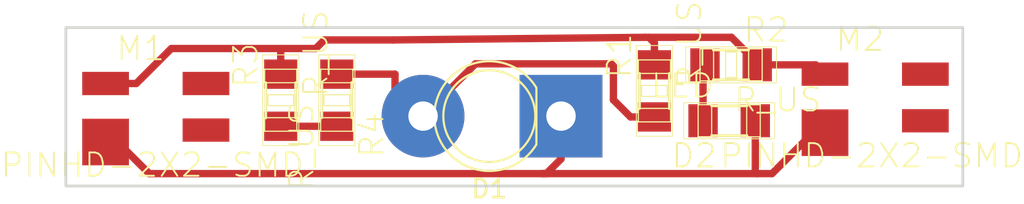
<source format=kicad_pcb>
(kicad_pcb (version 20171130) (host pcbnew 5.0.1-33cea8e~68~ubuntu16.04.1)

  (general
    (thickness 1.6)
    (drawings 4)
    (tracks 50)
    (zones 0)
    (modules 8)
    (nets 10)
  )

  (page A4)
  (layers
    (0 F.Cu signal)
    (31 B.Cu signal)
    (32 B.Adhes user)
    (33 F.Adhes user)
    (34 B.Paste user)
    (35 F.Paste user)
    (36 B.SilkS user)
    (37 F.SilkS user)
    (38 B.Mask user)
    (39 F.Mask user)
    (40 Dwgs.User user)
    (41 Cmts.User user)
    (42 Eco1.User user)
    (43 Eco2.User user)
    (44 Edge.Cuts user)
    (45 Margin user)
    (46 B.CrtYd user)
    (47 F.CrtYd user)
    (48 B.Fab user)
    (49 F.Fab user)
  )

  (setup
    (last_trace_width 0.4)
    (trace_clearance 0.4)
    (zone_clearance 0.508)
    (zone_45_only no)
    (trace_min 0.2)
    (segment_width 0.2)
    (edge_width 0.15)
    (via_size 0.8)
    (via_drill 0.4)
    (via_min_size 0.4)
    (via_min_drill 0.3)
    (uvia_size 0.3)
    (uvia_drill 0.1)
    (uvias_allowed no)
    (uvia_min_size 0.2)
    (uvia_min_drill 0.1)
    (pcb_text_width 0.3)
    (pcb_text_size 1.5 1.5)
    (mod_edge_width 0.15)
    (mod_text_size 1 1)
    (mod_text_width 0.15)
    (pad_size 4.5 4.5)
    (pad_drill 0.9)
    (pad_to_mask_clearance 0.051)
    (solder_mask_min_width 0.25)
    (aux_axis_origin 0 0)
    (visible_elements FFFFFF7F)
    (pcbplotparams
      (layerselection 0x010fc_ffffffff)
      (usegerberextensions false)
      (usegerberattributes false)
      (usegerberadvancedattributes false)
      (creategerberjobfile false)
      (excludeedgelayer true)
      (linewidth 0.100000)
      (plotframeref false)
      (viasonmask false)
      (mode 1)
      (useauxorigin false)
      (hpglpennumber 1)
      (hpglpenspeed 20)
      (hpglpendiameter 15.000000)
      (psnegative false)
      (psa4output false)
      (plotreference true)
      (plotvalue true)
      (plotinvisibletext false)
      (padsonsilk false)
      (subtractmaskfromsilk false)
      (outputformat 1)
      (mirror false)
      (drillshape 1)
      (scaleselection 1)
      (outputdirectory ""))
  )

  (net 0 "")
  (net 1 +5V)
  (net 2 Earth)
  (net 3 "Net-(M1-Pad4)")
  (net 4 "Net-(D1-Pad2)")
  (net 5 "Net-(M1-Pad2)")
  (net 6 "Net-(M2-Pad2)")
  (net 7 "Net-(M2-Pad4)")
  (net 8 "Net-(R3-Pad1)")
  (net 9 "Net-(D2-Pad2)")

  (net_class Default "This is the default net class."
    (clearance 0.4)
    (trace_width 0.4)
    (via_dia 0.8)
    (via_drill 0.4)
    (uvia_dia 0.3)
    (uvia_drill 0.1)
    (diff_pair_gap 0.25)
    (diff_pair_width 0.4)
    (add_net +5V)
    (add_net Earth)
    (add_net "Net-(D1-Pad2)")
    (add_net "Net-(D2-Pad2)")
    (add_net "Net-(M1-Pad2)")
    (add_net "Net-(M1-Pad4)")
    (add_net "Net-(M2-Pad2)")
    (add_net "Net-(M2-Pad4)")
    (add_net "Net-(R3-Pad1)")
  )

  (module fab:fab-LED1206 (layer F.Cu) (tedit 200000) (tstamp 5C0AD981)
    (at 259.588 152.908 180)
    (descr "LED 1206 PADS (STANDARD PATTERN)")
    (tags "LED 1206 PADS (STANDARD PATTERN)")
    (path /5C0AD1A3)
    (attr smd)
    (fp_text reference D2 (at 1.905 -1.905 180) (layer F.SilkS)
      (effects (font (size 1.27 1.27) (thickness 0.1016)))
    )
    (fp_text value LED (at 2.54 1.905 180) (layer F.SilkS)
      (effects (font (size 1.27 1.27) (thickness 0.1016)))
    )
    (fp_line (start -2.47142 0.98298) (end -2.47142 -0.98298) (layer F.SilkS) (width 0.0508))
    (fp_line (start 2.47142 0.98298) (end -2.47142 0.98298) (layer F.SilkS) (width 0.0508))
    (fp_line (start 2.47142 -0.98298) (end 2.47142 0.98298) (layer F.SilkS) (width 0.0508))
    (fp_line (start -2.47142 -0.98298) (end 2.47142 -0.98298) (layer F.SilkS) (width 0.0508))
    (fp_line (start 0.9525 -0.8128) (end -0.9652 -0.8128) (layer F.SilkS) (width 0.1524))
    (fp_line (start 0.9525 0.8128) (end -0.9652 0.8128) (layer F.SilkS) (width 0.1524))
    (fp_line (start 0.9525 0.8763) (end 0.9525 -0.8763) (layer F.SilkS) (width 0.06604))
    (fp_line (start 0.9525 -0.8763) (end 1.6891 -0.8763) (layer F.SilkS) (width 0.06604))
    (fp_line (start 1.6891 0.8763) (end 1.6891 -0.8763) (layer F.SilkS) (width 0.06604))
    (fp_line (start 0.9525 0.8763) (end 1.6891 0.8763) (layer F.SilkS) (width 0.06604))
    (fp_line (start -1.6891 0.8763) (end -1.6891 -0.8763) (layer F.SilkS) (width 0.06604))
    (fp_line (start -1.6891 -0.8763) (end -0.9525 -0.8763) (layer F.SilkS) (width 0.06604))
    (fp_line (start -0.9525 0.8763) (end -0.9525 -0.8763) (layer F.SilkS) (width 0.06604))
    (fp_line (start -1.6891 0.8763) (end -0.9525 0.8763) (layer F.SilkS) (width 0.06604))
    (pad 2 smd rect (at 1.41986 0 180) (size 1.59766 1.80086) (layers F.Cu F.Paste F.Mask)
      (net 9 "Net-(D2-Pad2)"))
    (pad 1 smd rect (at -1.41986 0 180) (size 1.59766 1.80086) (layers F.Cu F.Paste F.Mask)
      (net 2 Earth))
  )

  (module fab:fab-2X02SMD (layer F.Cu) (tedit 5C1426D4) (tstamp 5C0AD989)
    (at 228.22154 152.146)
    (path /5C0ACA44)
    (attr smd)
    (fp_text reference M1 (at -0.635 -3.175) (layer F.SilkS)
      (effects (font (size 1.27 1.27) (thickness 0.1016)))
    )
    (fp_text value PINHD-2X2-SMD (at 0 3.175) (layer F.SilkS)
      (effects (font (size 1.27 1.27) (thickness 0.1016)))
    )
    (pad 1 smd rect (at -2.54 -1.27) (size 2.54 1.27) (layers F.Cu F.Paste F.Mask)
      (net 1 +5V))
    (pad 2 smd rect (at 2.91846 -1.27) (size 2.54 1.27) (layers F.Cu F.Paste F.Mask)
      (net 5 "Net-(M1-Pad2)"))
    (pad 3 smd rect (at -2.54 1.27) (size 2.54 2.54) (drill (offset 0 0.65)) (layers F.Cu F.Paste F.Mask)
      (net 2 Earth))
    (pad 4 smd rect (at 2.91846 1.27) (size 2.54 1.27) (layers F.Cu F.Paste F.Mask)
      (net 3 "Net-(M1-Pad4)"))
  )

  (module fab:fab-R1206 (layer F.Cu) (tedit 200000) (tstamp 5C0AD9A1)
    (at 255.524 151.27986 90)
    (descr RESISTOR)
    (tags RESISTOR)
    (path /5C0ACCE8)
    (attr smd)
    (fp_text reference R1 (at 1.905 -1.905 90) (layer F.SilkS)
      (effects (font (size 1.27 1.27) (thickness 0.1016)))
    )
    (fp_text value R_US (at 2.54 1.905 90) (layer F.SilkS)
      (effects (font (size 1.27 1.27) (thickness 0.1016)))
    )
    (fp_line (start -1.6891 0.8763) (end -0.9525 0.8763) (layer F.SilkS) (width 0.06604))
    (fp_line (start -0.9525 0.8763) (end -0.9525 -0.8763) (layer F.SilkS) (width 0.06604))
    (fp_line (start -1.6891 -0.8763) (end -0.9525 -0.8763) (layer F.SilkS) (width 0.06604))
    (fp_line (start -1.6891 0.8763) (end -1.6891 -0.8763) (layer F.SilkS) (width 0.06604))
    (fp_line (start 0.9525 0.8763) (end 1.6891 0.8763) (layer F.SilkS) (width 0.06604))
    (fp_line (start 1.6891 0.8763) (end 1.6891 -0.8763) (layer F.SilkS) (width 0.06604))
    (fp_line (start 0.9525 -0.8763) (end 1.6891 -0.8763) (layer F.SilkS) (width 0.06604))
    (fp_line (start 0.9525 0.8763) (end 0.9525 -0.8763) (layer F.SilkS) (width 0.06604))
    (fp_line (start -0.29972 0.6985) (end 0.29972 0.6985) (layer F.SilkS) (width 0.06604))
    (fp_line (start 0.29972 0.6985) (end 0.29972 -0.6985) (layer F.SilkS) (width 0.06604))
    (fp_line (start -0.29972 -0.6985) (end 0.29972 -0.6985) (layer F.SilkS) (width 0.06604))
    (fp_line (start -0.29972 0.6985) (end -0.29972 -0.6985) (layer F.SilkS) (width 0.06604))
    (fp_line (start 0.9525 0.8128) (end -0.9652 0.8128) (layer F.SilkS) (width 0.1524))
    (fp_line (start 0.9525 -0.8128) (end -0.9652 -0.8128) (layer F.SilkS) (width 0.1524))
    (fp_line (start -2.47142 -0.98298) (end 2.47142 -0.98298) (layer F.SilkS) (width 0.0508))
    (fp_line (start 2.47142 -0.98298) (end 2.47142 0.98298) (layer F.SilkS) (width 0.0508))
    (fp_line (start 2.47142 0.98298) (end -2.47142 0.98298) (layer F.SilkS) (width 0.0508))
    (fp_line (start -2.47142 0.98298) (end -2.47142 -0.98298) (layer F.SilkS) (width 0.0508))
    (pad 1 smd rect (at -1.41986 0 90) (size 1.59766 1.80086) (layers F.Cu F.Paste F.Mask)
      (net 4 "Net-(D1-Pad2)"))
    (pad 2 smd rect (at 1.41986 0 90) (size 1.59766 1.80086) (layers F.Cu F.Paste F.Mask)
      (net 1 +5V))
  )

  (module fab:fab-R1206 (layer F.Cu) (tedit 200000) (tstamp 5C0AD9B9)
    (at 259.69214 149.86)
    (descr RESISTOR)
    (tags RESISTOR)
    (path /5C0AD1AA)
    (attr smd)
    (fp_text reference R2 (at 1.905 -1.905) (layer F.SilkS)
      (effects (font (size 1.27 1.27) (thickness 0.1016)))
    )
    (fp_text value R_US (at 2.54 1.905) (layer F.SilkS)
      (effects (font (size 1.27 1.27) (thickness 0.1016)))
    )
    (fp_line (start -2.47142 0.98298) (end -2.47142 -0.98298) (layer F.SilkS) (width 0.0508))
    (fp_line (start 2.47142 0.98298) (end -2.47142 0.98298) (layer F.SilkS) (width 0.0508))
    (fp_line (start 2.47142 -0.98298) (end 2.47142 0.98298) (layer F.SilkS) (width 0.0508))
    (fp_line (start -2.47142 -0.98298) (end 2.47142 -0.98298) (layer F.SilkS) (width 0.0508))
    (fp_line (start 0.9525 -0.8128) (end -0.9652 -0.8128) (layer F.SilkS) (width 0.1524))
    (fp_line (start 0.9525 0.8128) (end -0.9652 0.8128) (layer F.SilkS) (width 0.1524))
    (fp_line (start -0.29972 0.6985) (end -0.29972 -0.6985) (layer F.SilkS) (width 0.06604))
    (fp_line (start -0.29972 -0.6985) (end 0.29972 -0.6985) (layer F.SilkS) (width 0.06604))
    (fp_line (start 0.29972 0.6985) (end 0.29972 -0.6985) (layer F.SilkS) (width 0.06604))
    (fp_line (start -0.29972 0.6985) (end 0.29972 0.6985) (layer F.SilkS) (width 0.06604))
    (fp_line (start 0.9525 0.8763) (end 0.9525 -0.8763) (layer F.SilkS) (width 0.06604))
    (fp_line (start 0.9525 -0.8763) (end 1.6891 -0.8763) (layer F.SilkS) (width 0.06604))
    (fp_line (start 1.6891 0.8763) (end 1.6891 -0.8763) (layer F.SilkS) (width 0.06604))
    (fp_line (start 0.9525 0.8763) (end 1.6891 0.8763) (layer F.SilkS) (width 0.06604))
    (fp_line (start -1.6891 0.8763) (end -1.6891 -0.8763) (layer F.SilkS) (width 0.06604))
    (fp_line (start -1.6891 -0.8763) (end -0.9525 -0.8763) (layer F.SilkS) (width 0.06604))
    (fp_line (start -0.9525 0.8763) (end -0.9525 -0.8763) (layer F.SilkS) (width 0.06604))
    (fp_line (start -1.6891 0.8763) (end -0.9525 0.8763) (layer F.SilkS) (width 0.06604))
    (pad 2 smd rect (at 1.41986 0) (size 1.59766 1.80086) (layers F.Cu F.Paste F.Mask)
      (net 1 +5V))
    (pad 1 smd rect (at -1.41986 0) (size 1.59766 1.80086) (layers F.Cu F.Paste F.Mask)
      (net 9 "Net-(D2-Pad2)"))
  )

  (module fab:fab-2X02SMD (layer F.Cu) (tedit 200000) (tstamp 5C207221)
    (at 267.33754 151.638)
    (path /5C0ADE92)
    (attr smd)
    (fp_text reference M2 (at -0.635 -3.175) (layer F.SilkS)
      (effects (font (size 1.27 1.27) (thickness 0.1016)))
    )
    (fp_text value PINHD-2X2-SMD (at 0 3.175) (layer F.SilkS)
      (effects (font (size 1.27 1.27) (thickness 0.1016)))
    )
    (pad 1 smd rect (at -2.54 -1.27) (size 2.54 1.27) (layers F.Cu F.Paste F.Mask)
      (net 1 +5V))
    (pad 2 smd rect (at 2.91846 -1.27) (size 2.54 1.27) (layers F.Cu F.Paste F.Mask)
      (net 6 "Net-(M2-Pad2)"))
    (pad 3 smd rect (at -2.54 1.27) (size 2.54 2.54) (drill (offset 0 0.65)) (layers F.Cu F.Paste F.Mask)
      (net 2 Earth))
    (pad 4 smd rect (at 2.91846 1.27) (size 2.54 1.27) (layers F.Cu F.Paste F.Mask)
      (net 7 "Net-(M2-Pad4)"))
  )

  (module fab:fab-R1206 (layer F.Cu) (tedit 200000) (tstamp 5C207239)
    (at 235.204 151.78786 90)
    (descr RESISTOR)
    (tags RESISTOR)
    (path /5C14221B)
    (attr smd)
    (fp_text reference R3 (at 1.905 -1.905 90) (layer F.SilkS)
      (effects (font (size 1.27 1.27) (thickness 0.1016)))
    )
    (fp_text value R_US (at 2.54 1.905 90) (layer F.SilkS)
      (effects (font (size 1.27 1.27) (thickness 0.1016)))
    )
    (fp_line (start -1.6891 0.8763) (end -0.9525 0.8763) (layer F.SilkS) (width 0.06604))
    (fp_line (start -0.9525 0.8763) (end -0.9525 -0.8763) (layer F.SilkS) (width 0.06604))
    (fp_line (start -1.6891 -0.8763) (end -0.9525 -0.8763) (layer F.SilkS) (width 0.06604))
    (fp_line (start -1.6891 0.8763) (end -1.6891 -0.8763) (layer F.SilkS) (width 0.06604))
    (fp_line (start 0.9525 0.8763) (end 1.6891 0.8763) (layer F.SilkS) (width 0.06604))
    (fp_line (start 1.6891 0.8763) (end 1.6891 -0.8763) (layer F.SilkS) (width 0.06604))
    (fp_line (start 0.9525 -0.8763) (end 1.6891 -0.8763) (layer F.SilkS) (width 0.06604))
    (fp_line (start 0.9525 0.8763) (end 0.9525 -0.8763) (layer F.SilkS) (width 0.06604))
    (fp_line (start -0.29972 0.6985) (end 0.29972 0.6985) (layer F.SilkS) (width 0.06604))
    (fp_line (start 0.29972 0.6985) (end 0.29972 -0.6985) (layer F.SilkS) (width 0.06604))
    (fp_line (start -0.29972 -0.6985) (end 0.29972 -0.6985) (layer F.SilkS) (width 0.06604))
    (fp_line (start -0.29972 0.6985) (end -0.29972 -0.6985) (layer F.SilkS) (width 0.06604))
    (fp_line (start 0.9525 0.8128) (end -0.9652 0.8128) (layer F.SilkS) (width 0.1524))
    (fp_line (start 0.9525 -0.8128) (end -0.9652 -0.8128) (layer F.SilkS) (width 0.1524))
    (fp_line (start -2.47142 -0.98298) (end 2.47142 -0.98298) (layer F.SilkS) (width 0.0508))
    (fp_line (start 2.47142 -0.98298) (end 2.47142 0.98298) (layer F.SilkS) (width 0.0508))
    (fp_line (start 2.47142 0.98298) (end -2.47142 0.98298) (layer F.SilkS) (width 0.0508))
    (fp_line (start -2.47142 0.98298) (end -2.47142 -0.98298) (layer F.SilkS) (width 0.0508))
    (pad 1 smd rect (at -1.41986 0 90) (size 1.59766 1.80086) (layers F.Cu F.Paste F.Mask)
      (net 8 "Net-(R3-Pad1)"))
    (pad 2 smd rect (at 1.41986 0 90) (size 1.59766 1.80086) (layers F.Cu F.Paste F.Mask)
      (net 1 +5V))
  )

  (module fab:fab-R1206 (layer F.Cu) (tedit 200000) (tstamp 5C207251)
    (at 238.252 151.78786 270)
    (descr RESISTOR)
    (tags RESISTOR)
    (path /5C14231C)
    (attr smd)
    (fp_text reference R4 (at 1.905 -1.905 270) (layer F.SilkS)
      (effects (font (size 1.27 1.27) (thickness 0.1016)))
    )
    (fp_text value R_US (at 2.54 1.905 270) (layer F.SilkS)
      (effects (font (size 1.27 1.27) (thickness 0.1016)))
    )
    (fp_line (start -2.47142 0.98298) (end -2.47142 -0.98298) (layer F.SilkS) (width 0.0508))
    (fp_line (start 2.47142 0.98298) (end -2.47142 0.98298) (layer F.SilkS) (width 0.0508))
    (fp_line (start 2.47142 -0.98298) (end 2.47142 0.98298) (layer F.SilkS) (width 0.0508))
    (fp_line (start -2.47142 -0.98298) (end 2.47142 -0.98298) (layer F.SilkS) (width 0.0508))
    (fp_line (start 0.9525 -0.8128) (end -0.9652 -0.8128) (layer F.SilkS) (width 0.1524))
    (fp_line (start 0.9525 0.8128) (end -0.9652 0.8128) (layer F.SilkS) (width 0.1524))
    (fp_line (start -0.29972 0.6985) (end -0.29972 -0.6985) (layer F.SilkS) (width 0.06604))
    (fp_line (start -0.29972 -0.6985) (end 0.29972 -0.6985) (layer F.SilkS) (width 0.06604))
    (fp_line (start 0.29972 0.6985) (end 0.29972 -0.6985) (layer F.SilkS) (width 0.06604))
    (fp_line (start -0.29972 0.6985) (end 0.29972 0.6985) (layer F.SilkS) (width 0.06604))
    (fp_line (start 0.9525 0.8763) (end 0.9525 -0.8763) (layer F.SilkS) (width 0.06604))
    (fp_line (start 0.9525 -0.8763) (end 1.6891 -0.8763) (layer F.SilkS) (width 0.06604))
    (fp_line (start 1.6891 0.8763) (end 1.6891 -0.8763) (layer F.SilkS) (width 0.06604))
    (fp_line (start 0.9525 0.8763) (end 1.6891 0.8763) (layer F.SilkS) (width 0.06604))
    (fp_line (start -1.6891 0.8763) (end -1.6891 -0.8763) (layer F.SilkS) (width 0.06604))
    (fp_line (start -1.6891 -0.8763) (end -0.9525 -0.8763) (layer F.SilkS) (width 0.06604))
    (fp_line (start -0.9525 0.8763) (end -0.9525 -0.8763) (layer F.SilkS) (width 0.06604))
    (fp_line (start -1.6891 0.8763) (end -0.9525 0.8763) (layer F.SilkS) (width 0.06604))
    (pad 2 smd rect (at 1.41986 0 270) (size 1.59766 1.80086) (layers F.Cu F.Paste F.Mask)
      (net 8 "Net-(R3-Pad1)"))
    (pad 1 smd rect (at -1.41986 0 270) (size 1.59766 1.80086) (layers F.Cu F.Paste F.Mask)
      (net 4 "Net-(D1-Pad2)"))
  )

  (module LED_THT:LED_D5.0mm (layer F.Cu) (tedit 5C143B7A) (tstamp 5C207499)
    (at 247.816 152.654 180)
    (descr "LED, diameter 5.0mm, 2 pins, http://cdn-reichelt.de/documents/datenblatt/A500/LL-504BC2E-009.pdf")
    (tags "LED diameter 5.0mm 2 pins")
    (path /5C0ACBD1)
    (fp_text reference D1 (at 1.27 -3.96 180) (layer F.SilkS)
      (effects (font (size 1 1) (thickness 0.15)))
    )
    (fp_text value LED (at 1.27 3.96 180) (layer F.Fab)
      (effects (font (size 1 1) (thickness 0.15)))
    )
    (fp_arc (start 1.27 0) (end -1.23 -1.469694) (angle 299.1) (layer F.Fab) (width 0.1))
    (fp_arc (start 1.27 0) (end -1.29 -1.54483) (angle 148.9) (layer F.SilkS) (width 0.12))
    (fp_arc (start 1.27 0) (end -1.29 1.54483) (angle -148.9) (layer F.SilkS) (width 0.12))
    (fp_circle (center 1.27 0) (end 3.77 0) (layer F.Fab) (width 0.1))
    (fp_circle (center 1.27 0) (end 3.77 0) (layer F.SilkS) (width 0.12))
    (fp_line (start -1.23 -1.469694) (end -1.23 1.469694) (layer F.Fab) (width 0.1))
    (fp_line (start -1.29 -1.545) (end -1.29 1.545) (layer F.SilkS) (width 0.12))
    (fp_line (start -1.95 -3.25) (end -1.95 3.25) (layer F.CrtYd) (width 0.05))
    (fp_line (start -1.95 3.25) (end 4.5 3.25) (layer F.CrtYd) (width 0.05))
    (fp_line (start 4.5 3.25) (end 4.5 -3.25) (layer F.CrtYd) (width 0.05))
    (fp_line (start 4.5 -3.25) (end -1.95 -3.25) (layer F.CrtYd) (width 0.05))
    (fp_text user %R (at 1.25 0 180) (layer F.Fab)
      (effects (font (size 0.8 0.8) (thickness 0.2)))
    )
    (pad 1 thru_hole rect (at -2.628 0 180) (size 4.5 4.5) (drill 0.9) (layers *.Cu *.Mask)
      (net 2 Earth))
    (pad 2 thru_hole circle (at 4.872 0 180) (size 4.5 4.5) (drill 0.9) (layers *.Cu *.Mask)
      (net 4 "Net-(D1-Pad2)"))
    (model ${KISYS3DMOD}/LED_THT.3dshapes/LED_D5.0mm.wrl
      (at (xyz 0 0 0))
      (scale (xyz 1 1 1))
      (rotate (xyz 0 0 0))
    )
  )

  (gr_line (start 223.52 156.464) (end 223.52 147.828) (layer Edge.Cuts) (width 0.15))
  (gr_line (start 272.288 156.464) (end 223.52 156.464) (layer Edge.Cuts) (width 0.15))
  (gr_line (start 272.288 147.828) (end 272.288 156.464) (layer Edge.Cuts) (width 0.15))
  (gr_line (start 223.52 147.828) (end 272.288 147.828) (layer Edge.Cuts) (width 0.15))

  (segment (start 225.68154 150.876) (end 227.35154 150.876) (width 0.4) (layer F.Cu) (net 1))
  (segment (start 227.35154 150.876) (end 227.584 150.64354) (width 0.4) (layer F.Cu) (net 1))
  (segment (start 227.584 150.64354) (end 228.586541 149.640999) (width 0.4) (layer F.Cu) (net 1))
  (segment (start 229.258371 148.969169) (end 232.504739 148.969169) (width 0.4) (layer F.Cu) (net 1))
  (segment (start 229.108 149.11954) (end 229.258371 148.969169) (width 0.4) (layer F.Cu) (net 1))
  (segment (start 227.584 150.64354) (end 229.108 149.11954) (width 0.4) (layer F.Cu) (net 1))
  (segment (start 261.62 150.368) (end 261.112 149.86) (width 0.4) (layer F.Cu) (net 1))
  (segment (start 261.112 149.7584) (end 261.112 149.86) (width 0.4) (layer F.Cu) (net 1))
  (segment (start 259.713169 148.359569) (end 261.112 149.7584) (width 0.4) (layer F.Cu) (net 1))
  (segment (start 235.204 150.368) (end 235.204 148.969169) (width 0.4) (layer F.Cu) (net 1))
  (segment (start 232.504739 148.969169) (end 233.172 148.969169) (width 0.4) (layer F.Cu) (net 1))
  (segment (start 233.172 148.969169) (end 235.204 148.969169) (width 0.4) (layer F.Cu) (net 1))
  (segment (start 255.524 149.86) (end 255.524 148.66117) (width 0.4) (layer F.Cu) (net 1))
  (segment (start 259.713169 148.359569) (end 255.016 148.359569) (width 0.4) (layer F.Cu) (net 1))
  (segment (start 255.524 148.66117) (end 255.222399 148.359569) (width 0.4) (layer F.Cu) (net 1))
  (segment (start 264.28954 149.86) (end 264.79754 150.368) (width 0.4) (layer F.Cu) (net 1))
  (segment (start 261.112 149.86) (end 264.28954 149.86) (width 0.4) (layer F.Cu) (net 1))
  (segment (start 237.110831 148.969169) (end 237.57699 148.50301) (width 0.4) (layer F.Cu) (net 1))
  (segment (start 237.57699 148.50301) (end 241.3 148.50301) (width 0.4) (layer F.Cu) (net 1))
  (segment (start 235.204 148.969169) (end 237.110831 148.969169) (width 0.4) (layer F.Cu) (net 1))
  (segment (start 255.016 148.359569) (end 241.3 148.50301) (width 0.4) (layer F.Cu) (net 1))
  (segment (start 264.79754 152.908) (end 264.16 152.908) (width 0.4) (layer F.Cu) (net 2))
  (segment (start 250.444 154.992) (end 250.444 151.892) (width 0.4) (layer F.Cu) (net 2))
  (segment (start 249.64701 155.78899) (end 250.444 154.992) (width 0.4) (layer F.Cu) (net 2))
  (segment (start 225.68154 153.416) (end 228.05453 155.78899) (width 0.4) (layer F.Cu) (net 2))
  (segment (start 261.00786 153.0096) (end 261.00786 152.908) (width 0.4) (layer F.Cu) (net 2))
  (segment (start 250.444 152.654) (end 252.198431 154.408431) (width 0.4) (layer F.Cu) (net 2))
  (segment (start 261.91655 155.78899) (end 264.79754 152.908) (width 0.4) (layer F.Cu) (net 2))
  (segment (start 228.05453 155.78899) (end 249.428 155.78899) (width 0.4) (layer F.Cu) (net 2))
  (segment (start 249.428 155.78899) (end 249.64701 155.78899) (width 0.4) (layer F.Cu) (net 2))
  (segment (start 261.00786 155.68485) (end 261.00786 152.908) (width 0.4) (layer F.Cu) (net 2))
  (segment (start 261.112 155.78899) (end 261.00786 155.68485) (width 0.4) (layer F.Cu) (net 2))
  (segment (start 249.428 155.78899) (end 261.112 155.78899) (width 0.4) (layer F.Cu) (net 2))
  (segment (start 261.112 155.78899) (end 261.91655 155.78899) (width 0.4) (layer F.Cu) (net 2))
  (via (at 250.444 152.654) (size 2) (drill 1.6) (layers F.Cu B.Cu) (net 2))
  (via (at 242.944 152.654) (size 2) (drill 1.6) (layers F.Cu B.Cu) (net 4))
  (segment (start 241.42 150.368) (end 238.252 150.368) (width 0.4) (layer F.Cu) (net 4))
  (segment (start 241.42 151.13) (end 242.944 152.654) (width 0.4) (layer F.Cu) (net 4))
  (segment (start 241.42 150.368) (end 241.42 151.13) (width 0.4) (layer F.Cu) (net 4))
  (segment (start 253.294001 149.923999) (end 253.174001 149.803999) (width 0.4) (layer F.Cu) (net 4))
  (segment (start 253.294001 151.770151) (end 253.294001 149.923999) (width 0.4) (layer F.Cu) (net 4))
  (segment (start 254.22357 152.69972) (end 253.294001 151.770151) (width 0.4) (layer F.Cu) (net 4))
  (segment (start 255.524 152.69972) (end 254.22357 152.69972) (width 0.4) (layer F.Cu) (net 4))
  (segment (start 255.524 152.69972) (end 255.4224 152.69972) (width 0.4) (layer F.Cu) (net 4))
  (segment (start 245.193999 150.404001) (end 242.944 152.654) (width 0.4) (layer F.Cu) (net 4))
  (segment (start 245.794001 149.803999) (end 245.193999 150.404001) (width 0.4) (layer F.Cu) (net 4))
  (segment (start 253.174001 149.803999) (end 245.794001 149.803999) (width 0.4) (layer F.Cu) (net 4))
  (segment (start 235.204 153.20772) (end 238.252 153.20772) (width 0.4) (layer F.Cu) (net 8))
  (segment (start 258.16814 149.96414) (end 258.27228 149.86) (width 0.4) (layer F.Cu) (net 9))
  (segment (start 258.16814 152.908) (end 258.16814 149.96414) (width 0.4) (layer F.Cu) (net 9))

)

</source>
